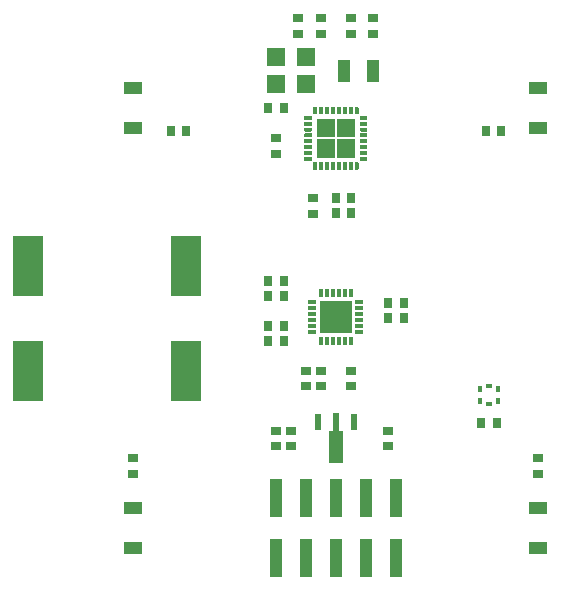
<source format=gbr>
G04 EAGLE Gerber X2 export*
%TF.Part,Single*%
%TF.FileFunction,Paste,Top*%
%TF.FilePolarity,Positive*%
%TF.GenerationSoftware,Autodesk,EAGLE,8.6.0*%
%TF.CreationDate,2018-05-27T13:35:38Z*%
G75*
%MOMM*%
%FSLAX34Y34*%
%LPD*%
%AMOC8*
5,1,8,0,0,1.08239X$1,22.5*%
G01*
%ADD10R,1.016000X3.302000*%
%ADD11R,0.480000X1.400000*%
%ADD12R,0.480000X1.525000*%
%ADD13R,1.200000X2.725000*%
%ADD14R,0.900000X0.700000*%
%ADD15R,1.100000X1.900000*%
%ADD16R,2.540000X5.080000*%
%ADD17R,0.700000X0.900000*%
%ADD18R,1.600000X1.100000*%
%ADD19R,0.450000X0.500000*%
%ADD20R,0.500000X0.450000*%
%ADD21R,0.304800X0.609600*%
%ADD22R,0.609600X0.304800*%
%ADD23R,0.800000X0.300000*%
%ADD24R,0.300000X0.800000*%
%ADD25R,2.750000X2.750000*%
%ADD26R,1.600000X1.500000*%

G36*
X348252Y502525D02*
X348252Y502525D01*
X348254Y502524D01*
X348297Y502544D01*
X348341Y502562D01*
X348341Y502564D01*
X348343Y502565D01*
X348376Y502650D01*
X348376Y517922D01*
X348375Y517924D01*
X348376Y517926D01*
X348356Y517969D01*
X348338Y518013D01*
X348336Y518013D01*
X348335Y518015D01*
X348250Y518048D01*
X332978Y518048D01*
X332976Y518047D01*
X332974Y518048D01*
X332931Y518028D01*
X332887Y518010D01*
X332887Y518008D01*
X332885Y518007D01*
X332852Y517922D01*
X332852Y502650D01*
X332853Y502648D01*
X332852Y502646D01*
X332872Y502603D01*
X332890Y502559D01*
X332892Y502559D01*
X332893Y502557D01*
X332978Y502524D01*
X348250Y502524D01*
X348252Y502525D01*
G37*
G36*
X365524Y502525D02*
X365524Y502525D01*
X365526Y502524D01*
X365569Y502544D01*
X365613Y502562D01*
X365613Y502564D01*
X365615Y502565D01*
X365648Y502650D01*
X365648Y517922D01*
X365647Y517924D01*
X365648Y517926D01*
X365628Y517969D01*
X365610Y518013D01*
X365608Y518013D01*
X365607Y518015D01*
X365522Y518048D01*
X350250Y518048D01*
X350248Y518047D01*
X350246Y518048D01*
X350203Y518028D01*
X350159Y518010D01*
X350159Y518008D01*
X350157Y518007D01*
X350124Y517922D01*
X350124Y502650D01*
X350125Y502648D01*
X350124Y502646D01*
X350144Y502603D01*
X350162Y502559D01*
X350164Y502559D01*
X350165Y502557D01*
X350250Y502524D01*
X365522Y502524D01*
X365524Y502525D01*
G37*
G36*
X348252Y485253D02*
X348252Y485253D01*
X348254Y485252D01*
X348297Y485272D01*
X348341Y485290D01*
X348341Y485292D01*
X348343Y485293D01*
X348376Y485378D01*
X348376Y500650D01*
X348375Y500652D01*
X348376Y500654D01*
X348356Y500697D01*
X348338Y500741D01*
X348336Y500741D01*
X348335Y500743D01*
X348250Y500776D01*
X332978Y500776D01*
X332976Y500775D01*
X332974Y500776D01*
X332931Y500756D01*
X332887Y500738D01*
X332887Y500736D01*
X332885Y500735D01*
X332852Y500650D01*
X332852Y485378D01*
X332853Y485376D01*
X332852Y485374D01*
X332872Y485331D01*
X332890Y485287D01*
X332892Y485287D01*
X332893Y485285D01*
X332978Y485252D01*
X348250Y485252D01*
X348252Y485253D01*
G37*
G36*
X365524Y485253D02*
X365524Y485253D01*
X365526Y485252D01*
X365569Y485272D01*
X365613Y485290D01*
X365613Y485292D01*
X365615Y485293D01*
X365648Y485378D01*
X365648Y500650D01*
X365647Y500652D01*
X365648Y500654D01*
X365628Y500697D01*
X365610Y500741D01*
X365608Y500741D01*
X365607Y500743D01*
X365522Y500776D01*
X350250Y500776D01*
X350248Y500775D01*
X350246Y500776D01*
X350203Y500756D01*
X350159Y500738D01*
X350159Y500736D01*
X350157Y500735D01*
X350124Y500650D01*
X350124Y485378D01*
X350125Y485376D01*
X350124Y485374D01*
X350144Y485331D01*
X350162Y485287D01*
X350164Y485287D01*
X350165Y485285D01*
X350250Y485252D01*
X365522Y485252D01*
X365524Y485253D01*
G37*
G36*
X343274Y521977D02*
X343274Y521977D01*
X343276Y521976D01*
X343319Y521996D01*
X343363Y522014D01*
X343364Y522016D01*
X343366Y522017D01*
X343398Y522102D01*
X343398Y528198D01*
X343398Y528200D01*
X343398Y528202D01*
X343378Y528245D01*
X343360Y528289D01*
X343358Y528289D01*
X343357Y528291D01*
X343272Y528324D01*
X340224Y528324D01*
X340222Y528323D01*
X340220Y528324D01*
X340177Y528304D01*
X340133Y528286D01*
X340133Y528284D01*
X340131Y528283D01*
X340098Y528198D01*
X340098Y522102D01*
X340099Y522100D01*
X340098Y522098D01*
X340118Y522055D01*
X340136Y522011D01*
X340138Y522011D01*
X340139Y522009D01*
X340224Y521976D01*
X343272Y521976D01*
X343274Y521977D01*
G37*
G36*
X338273Y521977D02*
X338273Y521977D01*
X338275Y521976D01*
X338318Y521996D01*
X338362Y522014D01*
X338362Y522016D01*
X338364Y522017D01*
X338397Y522102D01*
X338397Y528198D01*
X338396Y528200D01*
X338397Y528202D01*
X338377Y528245D01*
X338359Y528289D01*
X338357Y528289D01*
X338356Y528291D01*
X338271Y528324D01*
X335223Y528324D01*
X335221Y528323D01*
X335219Y528324D01*
X335176Y528304D01*
X335132Y528286D01*
X335131Y528284D01*
X335129Y528283D01*
X335097Y528198D01*
X335097Y522102D01*
X335097Y522100D01*
X335097Y522098D01*
X335117Y522055D01*
X335135Y522011D01*
X335137Y522011D01*
X335138Y522009D01*
X335223Y521976D01*
X338271Y521976D01*
X338273Y521977D01*
G37*
G36*
X348275Y521977D02*
X348275Y521977D01*
X348277Y521976D01*
X348320Y521996D01*
X348364Y522014D01*
X348365Y522016D01*
X348367Y522017D01*
X348400Y522102D01*
X348400Y528198D01*
X348399Y528200D01*
X348400Y528202D01*
X348380Y528245D01*
X348361Y528289D01*
X348359Y528289D01*
X348358Y528291D01*
X348273Y528324D01*
X345225Y528324D01*
X345223Y528323D01*
X345221Y528324D01*
X345178Y528304D01*
X345135Y528286D01*
X345134Y528284D01*
X345132Y528283D01*
X345099Y528198D01*
X345099Y522102D01*
X345100Y522100D01*
X345099Y522098D01*
X345119Y522055D01*
X345138Y522011D01*
X345140Y522011D01*
X345140Y522009D01*
X345225Y521976D01*
X348273Y521976D01*
X348275Y521977D01*
G37*
G36*
X358278Y521977D02*
X358278Y521977D01*
X358280Y521976D01*
X358323Y521996D01*
X358367Y522014D01*
X358367Y522016D01*
X358369Y522017D01*
X358402Y522102D01*
X358402Y528198D01*
X358401Y528200D01*
X358402Y528202D01*
X358382Y528245D01*
X358364Y528289D01*
X358362Y528289D01*
X358361Y528291D01*
X358276Y528324D01*
X355228Y528324D01*
X355226Y528323D01*
X355224Y528324D01*
X355181Y528304D01*
X355137Y528286D01*
X355136Y528284D01*
X355134Y528283D01*
X355102Y528198D01*
X355102Y522102D01*
X355102Y522100D01*
X355102Y522098D01*
X355122Y522055D01*
X355140Y522011D01*
X355142Y522011D01*
X355143Y522009D01*
X355228Y521976D01*
X358276Y521976D01*
X358278Y521977D01*
G37*
G36*
X363279Y521977D02*
X363279Y521977D01*
X363281Y521976D01*
X363324Y521996D01*
X363368Y522014D01*
X363369Y522016D01*
X363371Y522017D01*
X363403Y522102D01*
X363403Y528198D01*
X363403Y528200D01*
X363403Y528202D01*
X363383Y528245D01*
X363365Y528289D01*
X363363Y528289D01*
X363362Y528291D01*
X363277Y528324D01*
X360229Y528324D01*
X360227Y528323D01*
X360225Y528324D01*
X360182Y528304D01*
X360138Y528286D01*
X360138Y528284D01*
X360136Y528283D01*
X360103Y528198D01*
X360103Y522102D01*
X360104Y522100D01*
X360103Y522098D01*
X360123Y522055D01*
X360141Y522011D01*
X360143Y522011D01*
X360144Y522009D01*
X360229Y521976D01*
X363277Y521976D01*
X363279Y521977D01*
G37*
G36*
X368280Y521977D02*
X368280Y521977D01*
X368282Y521976D01*
X368325Y521996D01*
X368369Y522014D01*
X368370Y522016D01*
X368372Y522017D01*
X368405Y522102D01*
X368405Y528198D01*
X368404Y528200D01*
X368405Y528202D01*
X368385Y528245D01*
X368366Y528289D01*
X368364Y528289D01*
X368363Y528291D01*
X368278Y528324D01*
X365230Y528324D01*
X365228Y528323D01*
X365226Y528324D01*
X365183Y528304D01*
X365140Y528286D01*
X365139Y528284D01*
X365137Y528283D01*
X365104Y528198D01*
X365104Y522102D01*
X365105Y522100D01*
X365104Y522098D01*
X365124Y522055D01*
X365143Y522011D01*
X365145Y522011D01*
X365146Y522009D01*
X365230Y521976D01*
X368278Y521976D01*
X368280Y521977D01*
G37*
G36*
X328800Y517505D02*
X328800Y517505D01*
X328802Y517504D01*
X328845Y517524D01*
X328889Y517543D01*
X328889Y517545D01*
X328891Y517546D01*
X328924Y517630D01*
X328924Y520678D01*
X328923Y520680D01*
X328924Y520682D01*
X328904Y520725D01*
X328886Y520769D01*
X328884Y520770D01*
X328883Y520772D01*
X328798Y520805D01*
X322702Y520805D01*
X322700Y520804D01*
X322698Y520805D01*
X322655Y520785D01*
X322611Y520766D01*
X322611Y520764D01*
X322609Y520763D01*
X322576Y520678D01*
X322576Y517630D01*
X322577Y517628D01*
X322576Y517626D01*
X322596Y517583D01*
X322614Y517540D01*
X322616Y517539D01*
X322617Y517537D01*
X322702Y517504D01*
X328798Y517504D01*
X328800Y517505D01*
G37*
G36*
X375800Y517505D02*
X375800Y517505D01*
X375802Y517504D01*
X375845Y517524D01*
X375889Y517543D01*
X375889Y517545D01*
X375891Y517546D01*
X375924Y517630D01*
X375924Y520678D01*
X375923Y520680D01*
X375924Y520682D01*
X375904Y520725D01*
X375886Y520769D01*
X375884Y520770D01*
X375883Y520772D01*
X375798Y520805D01*
X369702Y520805D01*
X369700Y520804D01*
X369698Y520805D01*
X369655Y520785D01*
X369611Y520766D01*
X369611Y520764D01*
X369609Y520763D01*
X369576Y520678D01*
X369576Y517630D01*
X369577Y517628D01*
X369576Y517626D01*
X369596Y517583D01*
X369614Y517540D01*
X369616Y517539D01*
X369617Y517537D01*
X369702Y517504D01*
X375798Y517504D01*
X375800Y517505D01*
G37*
G36*
X328800Y512504D02*
X328800Y512504D01*
X328802Y512503D01*
X328845Y512523D01*
X328889Y512541D01*
X328889Y512543D01*
X328891Y512544D01*
X328924Y512629D01*
X328924Y515677D01*
X328923Y515679D01*
X328924Y515681D01*
X328904Y515724D01*
X328886Y515768D01*
X328884Y515769D01*
X328883Y515771D01*
X328798Y515803D01*
X322702Y515803D01*
X322700Y515803D01*
X322698Y515803D01*
X322655Y515783D01*
X322611Y515765D01*
X322611Y515763D01*
X322609Y515762D01*
X322576Y515677D01*
X322576Y512629D01*
X322577Y512627D01*
X322576Y512625D01*
X322596Y512582D01*
X322614Y512538D01*
X322616Y512538D01*
X322617Y512536D01*
X322702Y512503D01*
X328798Y512503D01*
X328800Y512504D01*
G37*
G36*
X375800Y512504D02*
X375800Y512504D01*
X375802Y512503D01*
X375845Y512523D01*
X375889Y512541D01*
X375889Y512543D01*
X375891Y512544D01*
X375924Y512629D01*
X375924Y515677D01*
X375923Y515679D01*
X375924Y515681D01*
X375904Y515724D01*
X375886Y515768D01*
X375884Y515769D01*
X375883Y515771D01*
X375798Y515803D01*
X369702Y515803D01*
X369700Y515803D01*
X369698Y515803D01*
X369655Y515783D01*
X369611Y515765D01*
X369611Y515763D01*
X369609Y515762D01*
X369576Y515677D01*
X369576Y512629D01*
X369577Y512627D01*
X369576Y512625D01*
X369596Y512582D01*
X369614Y512538D01*
X369616Y512538D01*
X369617Y512536D01*
X369702Y512503D01*
X375798Y512503D01*
X375800Y512504D01*
G37*
G36*
X328800Y507502D02*
X328800Y507502D01*
X328802Y507502D01*
X328845Y507522D01*
X328889Y507540D01*
X328889Y507542D01*
X328891Y507543D01*
X328924Y507628D01*
X328924Y510676D01*
X328923Y510678D01*
X328924Y510680D01*
X328904Y510723D01*
X328886Y510767D01*
X328884Y510767D01*
X328883Y510769D01*
X328798Y510802D01*
X322702Y510802D01*
X322700Y510801D01*
X322698Y510802D01*
X322655Y510782D01*
X322611Y510764D01*
X322611Y510762D01*
X322609Y510761D01*
X322576Y510676D01*
X322576Y507628D01*
X322577Y507626D01*
X322576Y507624D01*
X322596Y507581D01*
X322614Y507537D01*
X322616Y507536D01*
X322617Y507534D01*
X322702Y507502D01*
X328798Y507502D01*
X328800Y507502D01*
G37*
G36*
X375800Y507502D02*
X375800Y507502D01*
X375802Y507502D01*
X375845Y507522D01*
X375889Y507540D01*
X375889Y507542D01*
X375891Y507543D01*
X375924Y507628D01*
X375924Y510676D01*
X375923Y510678D01*
X375924Y510680D01*
X375904Y510723D01*
X375886Y510767D01*
X375884Y510767D01*
X375883Y510769D01*
X375798Y510802D01*
X369702Y510802D01*
X369700Y510801D01*
X369698Y510802D01*
X369655Y510782D01*
X369611Y510764D01*
X369611Y510762D01*
X369609Y510761D01*
X369576Y510676D01*
X369576Y507628D01*
X369577Y507626D01*
X369576Y507624D01*
X369596Y507581D01*
X369614Y507537D01*
X369616Y507536D01*
X369617Y507534D01*
X369702Y507502D01*
X375798Y507502D01*
X375800Y507502D01*
G37*
G36*
X375800Y502501D02*
X375800Y502501D01*
X375802Y502500D01*
X375845Y502520D01*
X375889Y502539D01*
X375889Y502541D01*
X375891Y502542D01*
X375924Y502627D01*
X375924Y505675D01*
X375923Y505677D01*
X375924Y505679D01*
X375904Y505722D01*
X375886Y505765D01*
X375884Y505766D01*
X375883Y505768D01*
X375798Y505801D01*
X369702Y505801D01*
X369700Y505800D01*
X369698Y505801D01*
X369655Y505781D01*
X369611Y505762D01*
X369611Y505760D01*
X369609Y505760D01*
X369576Y505675D01*
X369576Y502627D01*
X369577Y502625D01*
X369576Y502623D01*
X369596Y502580D01*
X369614Y502536D01*
X369616Y502535D01*
X369617Y502533D01*
X369702Y502500D01*
X375798Y502500D01*
X375800Y502501D01*
G37*
G36*
X328800Y502501D02*
X328800Y502501D01*
X328802Y502500D01*
X328845Y502520D01*
X328889Y502539D01*
X328889Y502541D01*
X328891Y502542D01*
X328924Y502627D01*
X328924Y505675D01*
X328923Y505677D01*
X328924Y505679D01*
X328904Y505722D01*
X328886Y505765D01*
X328884Y505766D01*
X328883Y505768D01*
X328798Y505801D01*
X322702Y505801D01*
X322700Y505800D01*
X322698Y505801D01*
X322655Y505781D01*
X322611Y505762D01*
X322611Y505760D01*
X322609Y505760D01*
X322576Y505675D01*
X322576Y502627D01*
X322577Y502625D01*
X322576Y502623D01*
X322596Y502580D01*
X322614Y502536D01*
X322616Y502535D01*
X322617Y502533D01*
X322702Y502500D01*
X328798Y502500D01*
X328800Y502501D01*
G37*
G36*
X328800Y497500D02*
X328800Y497500D01*
X328802Y497499D01*
X328845Y497519D01*
X328889Y497538D01*
X328889Y497540D01*
X328891Y497540D01*
X328924Y497625D01*
X328924Y500673D01*
X328923Y500675D01*
X328924Y500677D01*
X328904Y500720D01*
X328886Y500764D01*
X328884Y500765D01*
X328883Y500767D01*
X328798Y500800D01*
X322702Y500800D01*
X322700Y500799D01*
X322698Y500800D01*
X322655Y500780D01*
X322611Y500761D01*
X322611Y500759D01*
X322609Y500758D01*
X322576Y500673D01*
X322576Y497625D01*
X322577Y497623D01*
X322576Y497621D01*
X322596Y497578D01*
X322614Y497535D01*
X322616Y497534D01*
X322617Y497532D01*
X322702Y497499D01*
X328798Y497499D01*
X328800Y497500D01*
G37*
G36*
X375800Y497500D02*
X375800Y497500D01*
X375802Y497499D01*
X375845Y497519D01*
X375889Y497538D01*
X375889Y497540D01*
X375891Y497540D01*
X375924Y497625D01*
X375924Y500673D01*
X375923Y500675D01*
X375924Y500677D01*
X375904Y500720D01*
X375886Y500764D01*
X375884Y500765D01*
X375883Y500767D01*
X375798Y500800D01*
X369702Y500800D01*
X369700Y500799D01*
X369698Y500800D01*
X369655Y500780D01*
X369611Y500761D01*
X369611Y500759D01*
X369609Y500758D01*
X369576Y500673D01*
X369576Y497625D01*
X369577Y497623D01*
X369576Y497621D01*
X369596Y497578D01*
X369614Y497535D01*
X369616Y497534D01*
X369617Y497532D01*
X369702Y497499D01*
X375798Y497499D01*
X375800Y497500D01*
G37*
G36*
X333272Y521977D02*
X333272Y521977D01*
X333274Y521976D01*
X333317Y521996D01*
X333360Y522014D01*
X333361Y522016D01*
X333363Y522017D01*
X333396Y522102D01*
X333396Y528198D01*
X333395Y528200D01*
X333396Y528202D01*
X333376Y528245D01*
X333357Y528289D01*
X333355Y528289D01*
X333355Y528291D01*
X333270Y528324D01*
X330222Y528324D01*
X330220Y528323D01*
X330218Y528324D01*
X330175Y528304D01*
X330131Y528286D01*
X330130Y528284D01*
X330128Y528283D01*
X330095Y528198D01*
X330095Y522102D01*
X330096Y522100D01*
X330095Y522098D01*
X330115Y522055D01*
X330134Y522011D01*
X330136Y522011D01*
X330137Y522009D01*
X330222Y521976D01*
X333270Y521976D01*
X333272Y521977D01*
G37*
G36*
X353277Y521977D02*
X353277Y521977D01*
X353279Y521976D01*
X353322Y521996D01*
X353365Y522014D01*
X353366Y522016D01*
X353368Y522017D01*
X353401Y522102D01*
X353401Y528198D01*
X353400Y528200D01*
X353401Y528202D01*
X353381Y528245D01*
X353362Y528289D01*
X353360Y528289D01*
X353360Y528291D01*
X353275Y528324D01*
X350227Y528324D01*
X350225Y528323D01*
X350223Y528324D01*
X350180Y528304D01*
X350136Y528286D01*
X350135Y528284D01*
X350133Y528283D01*
X350100Y528198D01*
X350100Y522102D01*
X350101Y522100D01*
X350100Y522098D01*
X350120Y522055D01*
X350139Y522011D01*
X350141Y522011D01*
X350142Y522009D01*
X350227Y521976D01*
X353275Y521976D01*
X353277Y521977D01*
G37*
G36*
X328800Y492499D02*
X328800Y492499D01*
X328802Y492498D01*
X328845Y492518D01*
X328889Y492536D01*
X328889Y492538D01*
X328891Y492539D01*
X328924Y492624D01*
X328924Y495672D01*
X328923Y495674D01*
X328924Y495676D01*
X328904Y495719D01*
X328886Y495763D01*
X328884Y495764D01*
X328883Y495766D01*
X328798Y495798D01*
X322702Y495798D01*
X322700Y495798D01*
X322698Y495798D01*
X322655Y495778D01*
X322611Y495760D01*
X322611Y495758D01*
X322609Y495757D01*
X322576Y495672D01*
X322576Y492624D01*
X322577Y492622D01*
X322576Y492620D01*
X322596Y492577D01*
X322614Y492533D01*
X322616Y492533D01*
X322617Y492531D01*
X322702Y492498D01*
X328798Y492498D01*
X328800Y492499D01*
G37*
G36*
X375800Y492499D02*
X375800Y492499D01*
X375802Y492498D01*
X375845Y492518D01*
X375889Y492536D01*
X375889Y492538D01*
X375891Y492539D01*
X375924Y492624D01*
X375924Y495672D01*
X375923Y495674D01*
X375924Y495676D01*
X375904Y495719D01*
X375886Y495763D01*
X375884Y495764D01*
X375883Y495766D01*
X375798Y495798D01*
X369702Y495798D01*
X369700Y495798D01*
X369698Y495798D01*
X369655Y495778D01*
X369611Y495760D01*
X369611Y495758D01*
X369609Y495757D01*
X369576Y495672D01*
X369576Y492624D01*
X369577Y492622D01*
X369576Y492620D01*
X369596Y492577D01*
X369614Y492533D01*
X369616Y492533D01*
X369617Y492531D01*
X369702Y492498D01*
X375798Y492498D01*
X375800Y492499D01*
G37*
G36*
X328800Y487497D02*
X328800Y487497D01*
X328802Y487497D01*
X328845Y487517D01*
X328889Y487535D01*
X328889Y487537D01*
X328891Y487538D01*
X328924Y487623D01*
X328924Y490671D01*
X328923Y490673D01*
X328924Y490675D01*
X328904Y490718D01*
X328886Y490762D01*
X328884Y490762D01*
X328883Y490764D01*
X328798Y490797D01*
X322702Y490797D01*
X322700Y490796D01*
X322698Y490797D01*
X322655Y490777D01*
X322611Y490759D01*
X322611Y490757D01*
X322609Y490756D01*
X322576Y490671D01*
X322576Y487623D01*
X322577Y487621D01*
X322576Y487619D01*
X322596Y487576D01*
X322614Y487532D01*
X322616Y487531D01*
X322617Y487529D01*
X322702Y487497D01*
X328798Y487497D01*
X328800Y487497D01*
G37*
G36*
X375800Y487497D02*
X375800Y487497D01*
X375802Y487497D01*
X375845Y487517D01*
X375889Y487535D01*
X375889Y487537D01*
X375891Y487538D01*
X375924Y487623D01*
X375924Y490671D01*
X375923Y490673D01*
X375924Y490675D01*
X375904Y490718D01*
X375886Y490762D01*
X375884Y490762D01*
X375883Y490764D01*
X375798Y490797D01*
X369702Y490797D01*
X369700Y490796D01*
X369698Y490797D01*
X369655Y490777D01*
X369611Y490759D01*
X369611Y490757D01*
X369609Y490756D01*
X369576Y490671D01*
X369576Y487623D01*
X369577Y487621D01*
X369576Y487619D01*
X369596Y487576D01*
X369614Y487532D01*
X369616Y487531D01*
X369617Y487529D01*
X369702Y487497D01*
X375798Y487497D01*
X375800Y487497D01*
G37*
G36*
X328800Y482496D02*
X328800Y482496D01*
X328802Y482495D01*
X328845Y482515D01*
X328889Y482534D01*
X328889Y482536D01*
X328891Y482537D01*
X328924Y482622D01*
X328924Y485670D01*
X328923Y485672D01*
X328924Y485674D01*
X328904Y485717D01*
X328886Y485760D01*
X328884Y485761D01*
X328883Y485763D01*
X328798Y485796D01*
X322702Y485796D01*
X322700Y485795D01*
X322698Y485796D01*
X322655Y485776D01*
X322611Y485757D01*
X322611Y485755D01*
X322609Y485755D01*
X322576Y485670D01*
X322576Y482622D01*
X322577Y482620D01*
X322576Y482618D01*
X322596Y482575D01*
X322614Y482531D01*
X322616Y482530D01*
X322617Y482528D01*
X322702Y482495D01*
X328798Y482495D01*
X328800Y482496D01*
G37*
G36*
X375800Y482496D02*
X375800Y482496D01*
X375802Y482495D01*
X375845Y482515D01*
X375889Y482534D01*
X375889Y482536D01*
X375891Y482537D01*
X375924Y482622D01*
X375924Y485670D01*
X375923Y485672D01*
X375924Y485674D01*
X375904Y485717D01*
X375886Y485760D01*
X375884Y485761D01*
X375883Y485763D01*
X375798Y485796D01*
X369702Y485796D01*
X369700Y485795D01*
X369698Y485796D01*
X369655Y485776D01*
X369611Y485757D01*
X369611Y485755D01*
X369609Y485755D01*
X369576Y485670D01*
X369576Y482622D01*
X369577Y482620D01*
X369576Y482618D01*
X369596Y482575D01*
X369614Y482531D01*
X369616Y482530D01*
X369617Y482528D01*
X369702Y482495D01*
X375798Y482495D01*
X375800Y482496D01*
G37*
G36*
X333272Y474977D02*
X333272Y474977D01*
X333274Y474976D01*
X333317Y474996D01*
X333360Y475014D01*
X333361Y475016D01*
X333363Y475017D01*
X333396Y475102D01*
X333396Y481198D01*
X333395Y481200D01*
X333396Y481202D01*
X333376Y481245D01*
X333357Y481289D01*
X333355Y481289D01*
X333355Y481291D01*
X333270Y481324D01*
X330222Y481324D01*
X330220Y481323D01*
X330218Y481324D01*
X330175Y481304D01*
X330131Y481286D01*
X330130Y481284D01*
X330128Y481283D01*
X330095Y481198D01*
X330095Y475102D01*
X330096Y475100D01*
X330095Y475098D01*
X330115Y475055D01*
X330134Y475011D01*
X330136Y475011D01*
X330137Y475009D01*
X330222Y474976D01*
X333270Y474976D01*
X333272Y474977D01*
G37*
G36*
X363279Y474977D02*
X363279Y474977D01*
X363281Y474976D01*
X363324Y474996D01*
X363368Y475014D01*
X363369Y475016D01*
X363371Y475017D01*
X363403Y475102D01*
X363403Y481198D01*
X363403Y481200D01*
X363403Y481202D01*
X363383Y481245D01*
X363365Y481289D01*
X363363Y481289D01*
X363362Y481291D01*
X363277Y481324D01*
X360229Y481324D01*
X360227Y481323D01*
X360225Y481324D01*
X360182Y481304D01*
X360138Y481286D01*
X360138Y481284D01*
X360136Y481283D01*
X360103Y481198D01*
X360103Y475102D01*
X360104Y475100D01*
X360103Y475098D01*
X360123Y475055D01*
X360141Y475011D01*
X360143Y475011D01*
X360144Y475009D01*
X360229Y474976D01*
X363277Y474976D01*
X363279Y474977D01*
G37*
G36*
X368280Y474977D02*
X368280Y474977D01*
X368282Y474976D01*
X368325Y474996D01*
X368369Y475014D01*
X368370Y475016D01*
X368372Y475017D01*
X368405Y475102D01*
X368405Y481198D01*
X368404Y481200D01*
X368405Y481202D01*
X368385Y481245D01*
X368366Y481289D01*
X368364Y481289D01*
X368363Y481291D01*
X368278Y481324D01*
X365230Y481324D01*
X365228Y481323D01*
X365226Y481324D01*
X365183Y481304D01*
X365140Y481286D01*
X365139Y481284D01*
X365137Y481283D01*
X365104Y481198D01*
X365104Y475102D01*
X365105Y475100D01*
X365104Y475098D01*
X365124Y475055D01*
X365143Y475011D01*
X365145Y475011D01*
X365146Y475009D01*
X365230Y474976D01*
X368278Y474976D01*
X368280Y474977D01*
G37*
G36*
X348275Y474977D02*
X348275Y474977D01*
X348277Y474976D01*
X348320Y474996D01*
X348364Y475014D01*
X348365Y475016D01*
X348367Y475017D01*
X348400Y475102D01*
X348400Y481198D01*
X348399Y481200D01*
X348400Y481202D01*
X348380Y481245D01*
X348361Y481289D01*
X348359Y481289D01*
X348358Y481291D01*
X348273Y481324D01*
X345225Y481324D01*
X345223Y481323D01*
X345221Y481324D01*
X345178Y481304D01*
X345135Y481286D01*
X345134Y481284D01*
X345132Y481283D01*
X345099Y481198D01*
X345099Y475102D01*
X345100Y475100D01*
X345099Y475098D01*
X345119Y475055D01*
X345138Y475011D01*
X345140Y475011D01*
X345140Y475009D01*
X345225Y474976D01*
X348273Y474976D01*
X348275Y474977D01*
G37*
G36*
X358278Y474977D02*
X358278Y474977D01*
X358280Y474976D01*
X358323Y474996D01*
X358367Y475014D01*
X358367Y475016D01*
X358369Y475017D01*
X358402Y475102D01*
X358402Y481198D01*
X358401Y481200D01*
X358402Y481202D01*
X358382Y481245D01*
X358364Y481289D01*
X358362Y481289D01*
X358361Y481291D01*
X358276Y481324D01*
X355228Y481324D01*
X355226Y481323D01*
X355224Y481324D01*
X355181Y481304D01*
X355137Y481286D01*
X355136Y481284D01*
X355134Y481283D01*
X355102Y481198D01*
X355102Y475102D01*
X355102Y475100D01*
X355102Y475098D01*
X355122Y475055D01*
X355140Y475011D01*
X355142Y475011D01*
X355143Y475009D01*
X355228Y474976D01*
X358276Y474976D01*
X358278Y474977D01*
G37*
G36*
X338273Y474977D02*
X338273Y474977D01*
X338275Y474976D01*
X338318Y474996D01*
X338362Y475014D01*
X338362Y475016D01*
X338364Y475017D01*
X338397Y475102D01*
X338397Y481198D01*
X338396Y481200D01*
X338397Y481202D01*
X338377Y481245D01*
X338359Y481289D01*
X338357Y481289D01*
X338356Y481291D01*
X338271Y481324D01*
X335223Y481324D01*
X335221Y481323D01*
X335219Y481324D01*
X335176Y481304D01*
X335132Y481286D01*
X335131Y481284D01*
X335129Y481283D01*
X335097Y481198D01*
X335097Y475102D01*
X335097Y475100D01*
X335097Y475098D01*
X335117Y475055D01*
X335135Y475011D01*
X335137Y475011D01*
X335138Y475009D01*
X335223Y474976D01*
X338271Y474976D01*
X338273Y474977D01*
G37*
G36*
X353277Y474977D02*
X353277Y474977D01*
X353279Y474976D01*
X353322Y474996D01*
X353365Y475014D01*
X353366Y475016D01*
X353368Y475017D01*
X353401Y475102D01*
X353401Y481198D01*
X353400Y481200D01*
X353401Y481202D01*
X353381Y481245D01*
X353362Y481289D01*
X353360Y481289D01*
X353360Y481291D01*
X353275Y481324D01*
X350227Y481324D01*
X350225Y481323D01*
X350223Y481324D01*
X350180Y481304D01*
X350136Y481286D01*
X350135Y481284D01*
X350133Y481283D01*
X350100Y481198D01*
X350100Y475102D01*
X350101Y475100D01*
X350100Y475098D01*
X350120Y475055D01*
X350139Y475011D01*
X350141Y475011D01*
X350142Y475009D01*
X350227Y474976D01*
X353275Y474976D01*
X353277Y474977D01*
G37*
G36*
X343274Y474977D02*
X343274Y474977D01*
X343276Y474976D01*
X343319Y474996D01*
X343363Y475014D01*
X343364Y475016D01*
X343366Y475017D01*
X343398Y475102D01*
X343398Y481198D01*
X343398Y481200D01*
X343398Y481202D01*
X343378Y481245D01*
X343360Y481289D01*
X343358Y481289D01*
X343357Y481291D01*
X343272Y481324D01*
X340224Y481324D01*
X340222Y481323D01*
X340220Y481324D01*
X340177Y481304D01*
X340133Y481286D01*
X340133Y481284D01*
X340131Y481283D01*
X340098Y481198D01*
X340098Y475102D01*
X340099Y475100D01*
X340098Y475098D01*
X340118Y475055D01*
X340136Y475011D01*
X340138Y475011D01*
X340139Y475009D01*
X340224Y474976D01*
X343272Y474976D01*
X343274Y474977D01*
G37*
D10*
X298450Y146050D03*
X298450Y196850D03*
X323850Y146050D03*
X323850Y196850D03*
X349250Y146050D03*
X349250Y196850D03*
X374650Y146050D03*
X374650Y196850D03*
X400050Y146050D03*
X400050Y196850D03*
D11*
X364250Y261900D03*
D12*
X349250Y261275D03*
D11*
X334250Y261900D03*
D13*
X349250Y240050D03*
D14*
X393700Y254150D03*
X393700Y241150D03*
X298450Y254150D03*
X298450Y241150D03*
D15*
X380800Y558800D03*
X355800Y558800D03*
D14*
X361950Y603400D03*
X361950Y590400D03*
X336550Y603400D03*
X336550Y590400D03*
X317500Y590400D03*
X317500Y603400D03*
D16*
X222250Y393700D03*
X88900Y304800D03*
D17*
X222400Y508000D03*
X209400Y508000D03*
X476100Y508000D03*
X489100Y508000D03*
D14*
X177800Y230900D03*
X177800Y217900D03*
X520700Y230900D03*
X520700Y217900D03*
D18*
X520700Y544050D03*
X520700Y510050D03*
X177800Y544050D03*
X177800Y510050D03*
X520700Y154450D03*
X520700Y188450D03*
X177800Y154450D03*
X177800Y188450D03*
D17*
X406550Y349250D03*
X393550Y349250D03*
X291950Y342900D03*
X304950Y342900D03*
X406550Y361950D03*
X393550Y361950D03*
X291950Y330200D03*
X304950Y330200D03*
X291950Y381000D03*
X304950Y381000D03*
X291950Y368300D03*
X304950Y368300D03*
D16*
X88900Y393700D03*
X222250Y304800D03*
D14*
X298450Y488800D03*
X298450Y501800D03*
D19*
X486290Y279480D03*
X486290Y289480D03*
D20*
X478790Y291980D03*
D19*
X471290Y289480D03*
X471290Y279480D03*
D20*
X478790Y276980D03*
D17*
X472290Y260350D03*
X485290Y260350D03*
D21*
X366754Y525150D03*
X361753Y525150D03*
X356752Y525150D03*
X351751Y525150D03*
X346749Y525150D03*
X341748Y525150D03*
X336747Y525150D03*
X331746Y525150D03*
D22*
X325750Y519154D03*
X325750Y514153D03*
X325750Y509152D03*
X325750Y504151D03*
X325750Y499149D03*
X325750Y494148D03*
X325750Y489147D03*
X325750Y484146D03*
D21*
X331746Y478150D03*
X336747Y478150D03*
X341748Y478150D03*
X346749Y478150D03*
X351751Y478150D03*
X356752Y478150D03*
X361753Y478150D03*
X366754Y478150D03*
D22*
X372750Y484146D03*
X372750Y489147D03*
X372750Y494148D03*
X372750Y499149D03*
X372750Y504151D03*
X372750Y509152D03*
X372750Y514153D03*
X372750Y519154D03*
D23*
X329250Y363020D03*
X329250Y358020D03*
X329250Y353020D03*
X329250Y348020D03*
X329250Y343020D03*
X329250Y338020D03*
D24*
X336750Y330520D03*
X341750Y330520D03*
X346750Y330520D03*
X351750Y330520D03*
X356750Y330520D03*
X361750Y330520D03*
D23*
X369250Y338020D03*
X369250Y343020D03*
X369250Y348020D03*
X369250Y353020D03*
X369250Y358020D03*
X369250Y363020D03*
D24*
X361750Y370520D03*
X356750Y370520D03*
X351750Y370520D03*
X346750Y370520D03*
X341750Y370520D03*
X336750Y370520D03*
D25*
X349250Y350520D03*
D14*
X361950Y304950D03*
X361950Y291950D03*
X381000Y590400D03*
X381000Y603400D03*
X330200Y438000D03*
X330200Y451000D03*
X323850Y304950D03*
X323850Y291950D03*
X336550Y304950D03*
X336550Y291950D03*
D17*
X362100Y438150D03*
X349100Y438150D03*
X362100Y450850D03*
X349100Y450850D03*
D14*
X311150Y254150D03*
X311150Y241150D03*
D26*
X298650Y547300D03*
X323650Y547300D03*
X323650Y570300D03*
X298650Y570300D03*
D17*
X291950Y527050D03*
X304950Y527050D03*
M02*

</source>
